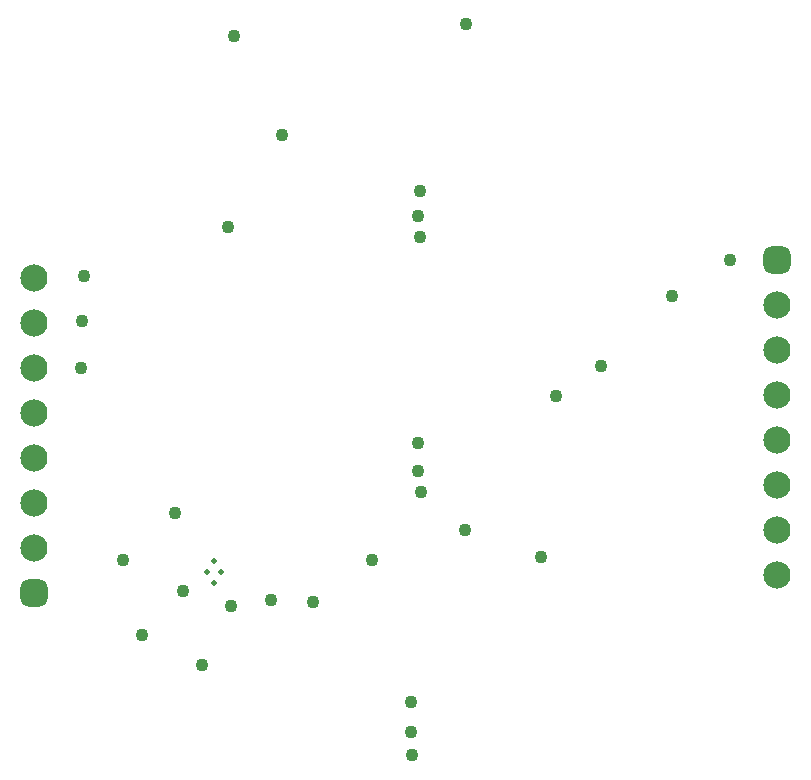
<source format=gbs>
G04*
G04 #@! TF.GenerationSoftware,Altium Limited,Altium Designer,24.9.1 (31)*
G04*
G04 Layer_Color=16711935*
%FSLAX44Y44*%
%MOMM*%
G71*
G04*
G04 #@! TF.SameCoordinates,7BCCF8FC-808F-4AE3-87CD-6E5EF412D55E*
G04*
G04*
G04 #@! TF.FilePolarity,Negative*
G04*
G01*
G75*
%ADD40C,2.3032*%
G04:AMPARAMS|DCode=41|XSize=2.3032mm|YSize=2.3032mm|CornerRadius=0.6266mm|HoleSize=0mm|Usage=FLASHONLY|Rotation=90.000|XOffset=0mm|YOffset=0mm|HoleType=Round|Shape=RoundedRectangle|*
%AMROUNDEDRECTD41*
21,1,2.3032,1.0500,0,0,90.0*
21,1,1.0500,2.3032,0,0,90.0*
1,1,1.2532,0.5250,0.5250*
1,1,1.2532,0.5250,-0.5250*
1,1,1.2532,-0.5250,-0.5250*
1,1,1.2532,-0.5250,0.5250*
%
%ADD41ROUNDEDRECTD41*%
%ADD42C,0.5080*%
%ADD52C,1.0922*%
D40*
X137160Y447040D02*
D03*
Y408940D02*
D03*
Y370840D02*
D03*
Y256540D02*
D03*
Y218440D02*
D03*
Y294640D02*
D03*
Y332740D02*
D03*
X765810Y195580D02*
D03*
Y233680D02*
D03*
Y271780D02*
D03*
Y386080D02*
D03*
Y424180D02*
D03*
Y347980D02*
D03*
Y309880D02*
D03*
D41*
X137160Y180340D02*
D03*
X765810Y462280D02*
D03*
D42*
X295310Y198120D02*
D03*
X283810D02*
D03*
X289560Y188620D02*
D03*
Y207620D02*
D03*
D52*
X212090Y208280D02*
D03*
X422910D02*
D03*
X256540Y247650D02*
D03*
X373380Y172720D02*
D03*
X337820Y173990D02*
D03*
X303530Y168910D02*
D03*
X262890Y181610D02*
D03*
X462280Y307340D02*
D03*
X455930Y62230D02*
D03*
X462280Y283210D02*
D03*
Y499110D02*
D03*
X179070Y448310D02*
D03*
X177800Y410210D02*
D03*
X300990Y490220D02*
D03*
X457200Y43180D02*
D03*
X176530Y370840D02*
D03*
X502920Y661670D02*
D03*
X346710Y567690D02*
D03*
X463550Y520700D02*
D03*
X455930Y87630D02*
D03*
X726440Y462280D02*
D03*
X617220Y372110D02*
D03*
X579120Y346710D02*
D03*
X676910Y431800D02*
D03*
X306070Y651510D02*
D03*
X463550Y481330D02*
D03*
X464820Y265430D02*
D03*
X566420Y210820D02*
D03*
X501650Y233591D02*
D03*
X228524Y144453D02*
D03*
X279400Y119380D02*
D03*
M02*

</source>
